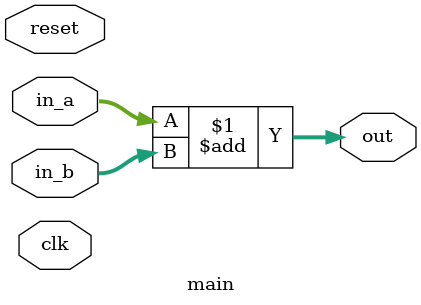
<source format=v>

module main (
  input wire clk,
  input wire reset,
  input wire [3:0] in_a,
  input wire [3:0] in_b,
  output wire [3:0] out
);

  // Example logic: 4-bit adder
  assign out = in_a + in_b;

endmodule

</source>
